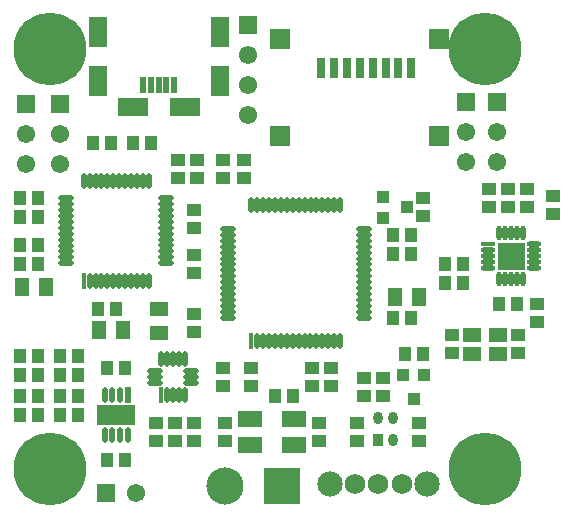
<source format=gts>
G04 (created by PCBNEW (2013-07-07 BZR 4022)-stable) date 18/10/2014 20:02:36*
%MOIN*%
G04 Gerber Fmt 3.4, Leading zero omitted, Abs format*
%FSLAX34Y34*%
G01*
G70*
G90*
G04 APERTURE LIST*
%ADD10C,0.00590551*%
%ADD11R,0.0649606X0.104331*%
%ADD12R,0.104331X0.0649606*%
%ADD13R,0.0216535X0.0551181*%
%ADD14R,0.0419055X0.0419055*%
%ADD15R,0.124006X0.124006*%
%ADD16C,0.124006*%
%ADD17R,0.0610055X0.0610055*%
%ADD18C,0.0610055*%
%ADD19R,0.0609055X0.0609055*%
%ADD20C,0.0609055*%
%ADD21R,0.0335055X0.0413055*%
%ADD22O,0.0335055X0.0413055*%
%ADD23R,0.0459055X0.0409055*%
%ADD24R,0.0409055X0.0459055*%
%ADD25R,0.0492126X0.0169291*%
%ADD26O,0.0492126X0.0169291*%
%ADD27O,0.0169291X0.0492126*%
%ADD28R,0.0492126X0.0492126*%
%ADD29R,0.0177055X0.0531055*%
%ADD30O,0.0177055X0.0531055*%
%ADD31O,0.0531055X0.0177055*%
%ADD32R,0.0256055X0.0650055*%
%ADD33R,0.0650055X0.0650055*%
%ADD34R,0.0807055X0.0531055*%
%ADD35R,0.0610236X0.0452756*%
%ADD36R,0.0509055X0.0609055*%
%ADD37R,0.0609055X0.0509055*%
%ADD38R,0.0204724X0.0531496*%
%ADD39O,0.0204724X0.0531496*%
%ADD40R,0.0374016X0.0374016*%
%ADD41C,0.242106*%
%ADD42C,0.0688976*%
%ADD43C,0.0846457*%
G04 APERTURE END LIST*
G54D10*
G54D11*
X79429Y-40531D03*
X75374Y-40531D03*
X79429Y-42185D03*
X75374Y-42185D03*
G54D12*
X78267Y-43051D03*
X76535Y-43051D03*
G54D13*
X77913Y-42312D03*
X77657Y-42312D03*
X77401Y-42312D03*
X77145Y-42312D03*
X76889Y-42312D03*
G54D14*
X84875Y-46727D03*
X84875Y-46027D03*
X85675Y-46377D03*
G54D15*
X81496Y-55669D03*
G54D16*
X79606Y-55669D03*
G54D17*
X80393Y-40311D03*
G54D18*
X80393Y-41311D03*
X80393Y-42311D03*
X80393Y-43311D03*
G54D19*
X88661Y-42858D03*
G54D20*
X88661Y-43858D03*
X88661Y-44858D03*
G54D19*
X87637Y-42858D03*
G54D20*
X87637Y-43858D03*
X87637Y-44858D03*
G54D19*
X72992Y-42937D03*
G54D20*
X72992Y-43937D03*
X72992Y-44937D03*
G54D19*
X74094Y-42937D03*
G54D20*
X74094Y-43937D03*
X74094Y-44937D03*
G54D19*
X75641Y-55905D03*
G54D20*
X76641Y-55905D03*
G54D21*
X84704Y-54153D03*
G54D22*
X85216Y-54153D03*
X85216Y-53405D03*
X84704Y-53405D03*
G54D23*
X79527Y-52347D03*
X79527Y-51747D03*
X78582Y-54158D03*
X78582Y-53558D03*
X84251Y-52662D03*
X84251Y-52062D03*
X84881Y-52062D03*
X84881Y-52662D03*
G54D24*
X73370Y-53307D03*
X72770Y-53307D03*
X74109Y-51968D03*
X74709Y-51968D03*
X74109Y-52677D03*
X74709Y-52677D03*
X77150Y-44251D03*
X76550Y-44251D03*
G54D23*
X78031Y-44818D03*
X78031Y-45418D03*
G54D24*
X85605Y-51259D03*
X86205Y-51259D03*
X73370Y-51338D03*
X72770Y-51338D03*
X81274Y-52677D03*
X81874Y-52677D03*
G54D23*
X89055Y-46362D03*
X89055Y-45762D03*
G54D25*
X88385Y-47617D03*
G54D26*
X88385Y-47814D03*
X88385Y-48010D03*
X88385Y-48207D03*
X88385Y-48404D03*
G54D27*
X88759Y-48778D03*
X88956Y-48778D03*
X89153Y-48778D03*
X89349Y-48778D03*
X89546Y-48778D03*
G54D26*
X89920Y-48404D03*
X89920Y-48207D03*
X89920Y-48010D03*
X89920Y-47814D03*
X89920Y-47617D03*
G54D27*
X89546Y-47243D03*
X89349Y-47243D03*
X89153Y-47243D03*
X88956Y-47243D03*
X88759Y-47243D03*
G54D28*
X88936Y-47794D03*
X89369Y-47794D03*
X88936Y-48227D03*
X89369Y-48227D03*
G54D29*
X77480Y-52638D03*
G54D30*
X77677Y-52638D03*
X77874Y-52638D03*
X78071Y-52638D03*
X78268Y-52638D03*
G54D31*
X78465Y-52244D03*
X78465Y-52047D03*
X78465Y-51850D03*
G54D30*
X78268Y-51456D03*
X78071Y-51456D03*
X77874Y-51456D03*
X77677Y-51456D03*
X77480Y-51456D03*
G54D31*
X77283Y-51850D03*
X77283Y-52047D03*
X77283Y-52244D03*
G54D32*
X82795Y-41732D03*
X83228Y-41732D03*
X83661Y-41732D03*
X84094Y-41732D03*
X84527Y-41732D03*
X84960Y-41732D03*
X85393Y-41732D03*
X85826Y-41732D03*
G54D33*
X81456Y-44016D03*
X81456Y-40787D03*
X86732Y-44016D03*
X86732Y-40787D03*
G54D29*
X80492Y-50845D03*
G54D30*
X80688Y-50845D03*
X80885Y-50845D03*
X81082Y-50845D03*
X81279Y-50845D03*
X81476Y-50845D03*
X81673Y-50845D03*
X81870Y-50845D03*
X82065Y-50846D03*
X82262Y-50846D03*
X82459Y-50846D03*
X82656Y-50847D03*
X82854Y-50846D03*
X83051Y-50846D03*
X83248Y-50846D03*
X83444Y-50846D03*
G54D31*
X84231Y-50058D03*
X84231Y-49861D03*
X84231Y-49664D03*
X84231Y-49468D03*
X84231Y-49271D03*
X84231Y-49074D03*
X84231Y-48878D03*
X84231Y-48681D03*
G54D30*
X83444Y-46317D03*
X83247Y-46317D03*
X83050Y-46317D03*
X82853Y-46317D03*
G54D31*
X84232Y-48484D03*
X84232Y-48287D03*
X84232Y-48090D03*
X84232Y-47893D03*
X84232Y-47696D03*
X84232Y-47499D03*
X84232Y-47302D03*
X84232Y-47106D03*
G54D30*
X82657Y-46318D03*
X82460Y-46318D03*
X82263Y-46318D03*
X82066Y-46318D03*
X81870Y-46318D03*
X81673Y-46318D03*
X81476Y-46318D03*
X81279Y-46318D03*
X81082Y-46318D03*
X80885Y-46318D03*
X80688Y-46318D03*
X80492Y-46318D03*
G54D31*
X79704Y-47106D03*
X79704Y-47302D03*
X79704Y-47499D03*
X79704Y-47696D03*
X79704Y-47893D03*
X79704Y-48090D03*
X79704Y-48287D03*
X79704Y-48484D03*
X79704Y-48680D03*
X79704Y-48877D03*
X79704Y-49074D03*
X79704Y-49271D03*
X79704Y-49468D03*
X79704Y-49665D03*
X79704Y-49862D03*
X79704Y-50058D03*
G54D29*
X74901Y-48838D03*
G54D30*
X75097Y-48838D03*
X75294Y-48838D03*
X75491Y-48838D03*
X75688Y-48838D03*
X75885Y-48838D03*
X76082Y-48838D03*
X76279Y-48838D03*
X76475Y-48838D03*
X76672Y-48838D03*
X76869Y-48838D03*
X77066Y-48839D03*
G54D31*
X77657Y-48246D03*
X77657Y-48050D03*
X77657Y-47853D03*
X77657Y-47656D03*
X77657Y-47459D03*
X77657Y-47262D03*
X77657Y-47065D03*
X77657Y-46869D03*
X77657Y-46672D03*
X77657Y-46475D03*
X77657Y-46279D03*
X77657Y-46082D03*
G54D30*
X77067Y-45491D03*
X76870Y-45491D03*
X76673Y-45491D03*
X76476Y-45491D03*
X76279Y-45491D03*
X76082Y-45491D03*
X75885Y-45491D03*
X75689Y-45491D03*
X75492Y-45491D03*
X75295Y-45491D03*
X75098Y-45491D03*
X74901Y-45491D03*
G54D31*
X74311Y-46082D03*
X74311Y-46279D03*
X74311Y-46476D03*
X74311Y-46673D03*
X74311Y-46870D03*
X74311Y-47067D03*
X74311Y-47263D03*
X74311Y-47460D03*
X74311Y-47657D03*
X74311Y-47854D03*
X74311Y-48051D03*
X74311Y-48248D03*
G54D24*
X75811Y-44251D03*
X75211Y-44251D03*
G54D34*
X80453Y-54291D03*
X81909Y-54291D03*
X81909Y-53425D03*
X80453Y-53425D03*
G54D35*
X87834Y-51259D03*
X88700Y-51259D03*
X88700Y-50629D03*
X87834Y-50629D03*
G54D36*
X73628Y-49055D03*
X72828Y-49055D03*
X76226Y-50472D03*
X75426Y-50472D03*
G54D37*
X77401Y-50557D03*
X77401Y-49757D03*
G54D36*
X85269Y-49370D03*
X86069Y-49370D03*
G54D23*
X90551Y-46599D03*
X90551Y-45999D03*
X90000Y-49621D03*
X90000Y-50221D03*
G54D24*
X89355Y-49606D03*
X88755Y-49606D03*
G54D23*
X89685Y-46362D03*
X89685Y-45762D03*
G54D24*
X87544Y-48267D03*
X86944Y-48267D03*
G54D23*
X88425Y-46362D03*
X88425Y-45762D03*
X89370Y-50644D03*
X89370Y-51244D03*
G54D24*
X87544Y-48897D03*
X86944Y-48897D03*
G54D23*
X82755Y-53558D03*
X82755Y-54158D03*
X87165Y-51244D03*
X87165Y-50644D03*
X83149Y-51747D03*
X83149Y-52347D03*
G54D24*
X85211Y-47322D03*
X85811Y-47322D03*
G54D23*
X77322Y-53558D03*
X77322Y-54158D03*
X78661Y-45418D03*
X78661Y-44818D03*
X77952Y-53558D03*
X77952Y-54158D03*
X86220Y-46077D03*
X86220Y-46677D03*
X80236Y-45418D03*
X80236Y-44818D03*
G54D24*
X85211Y-47952D03*
X85811Y-47952D03*
G54D23*
X79527Y-45418D03*
X79527Y-44818D03*
X78582Y-50536D03*
X78582Y-49936D03*
G54D24*
X85211Y-50078D03*
X85811Y-50078D03*
G54D23*
X82519Y-51747D03*
X82519Y-52347D03*
X80472Y-51747D03*
X80472Y-52347D03*
G54D24*
X75684Y-54803D03*
X76284Y-54803D03*
X76284Y-51732D03*
X75684Y-51732D03*
X73370Y-47637D03*
X72770Y-47637D03*
X73370Y-48267D03*
X72770Y-48267D03*
X73370Y-52677D03*
X72770Y-52677D03*
X73370Y-51968D03*
X72770Y-51968D03*
G54D23*
X79606Y-54158D03*
X79606Y-53558D03*
X78582Y-47071D03*
X78582Y-46471D03*
G54D24*
X75969Y-49763D03*
X75369Y-49763D03*
X74709Y-51338D03*
X74109Y-51338D03*
G54D23*
X78582Y-48567D03*
X78582Y-47967D03*
G54D24*
X74709Y-53307D03*
X74109Y-53307D03*
X73370Y-46692D03*
X72770Y-46692D03*
G54D23*
X86062Y-53558D03*
X86062Y-54158D03*
X84015Y-54158D03*
X84015Y-53558D03*
G54D24*
X73370Y-46062D03*
X72770Y-46062D03*
G54D38*
X76368Y-52637D03*
G54D39*
X76112Y-52637D03*
X75856Y-52637D03*
X75600Y-52637D03*
X75600Y-53976D03*
X75856Y-53976D03*
X76112Y-53976D03*
X76368Y-53976D03*
G54D40*
X76456Y-53464D03*
X76141Y-53464D03*
X75826Y-53464D03*
X75511Y-53464D03*
X76456Y-53149D03*
X76141Y-53149D03*
X75826Y-53149D03*
X75511Y-53149D03*
G54D14*
X85555Y-51962D03*
X86255Y-51962D03*
X85905Y-52762D03*
G54D41*
X73779Y-41102D03*
X73779Y-55118D03*
X88267Y-41102D03*
X88267Y-55118D03*
G54D42*
X84724Y-55590D03*
X83937Y-55590D03*
X85511Y-55590D03*
G54D43*
X83110Y-55590D03*
X86338Y-55590D03*
M02*

</source>
